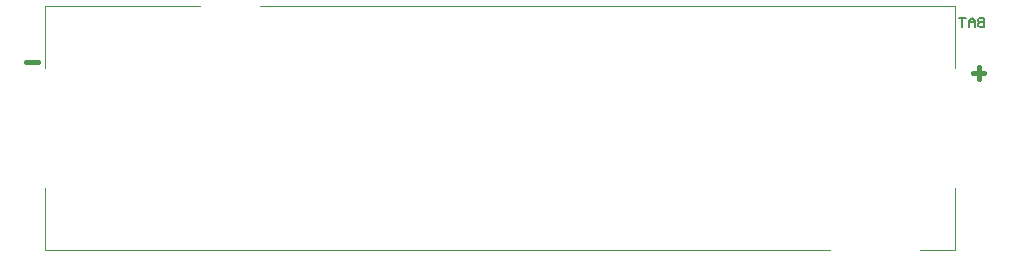
<source format=gbo>
G04 Layer_Color=32896*
%FSLAX24Y24*%
%MOIN*%
G70*
G01*
G75*
%ADD39C,0.0157*%
%ADD42C,0.0079*%
%ADD97C,0.0039*%
D39*
X2559Y6284D02*
X2159D01*
X34094Y5900D02*
X33695D01*
X33895Y6100D02*
Y5700D01*
D42*
X34094Y7755D02*
Y7440D01*
X33937D01*
X33885Y7492D01*
Y7545D01*
X33937Y7597D01*
X34094D01*
X33937D01*
X33885Y7650D01*
Y7702D01*
X33937Y7755D01*
X34094D01*
X33780Y7440D02*
Y7650D01*
X33675Y7755D01*
X33570Y7650D01*
Y7440D01*
Y7597D01*
X33780D01*
X33465Y7755D02*
X33255D01*
X33360D01*
Y7440D01*
D97*
X9953Y8130D02*
X33120D01*
X33120Y6065D01*
X33120Y0D02*
X33120Y2065D01*
X31953Y0D02*
X33120D01*
X2785Y8130D02*
X7953D01*
X2785Y6065D02*
X2785Y8130D01*
X2785Y2065D02*
X2785Y0D01*
X28953D01*
M02*

</source>
